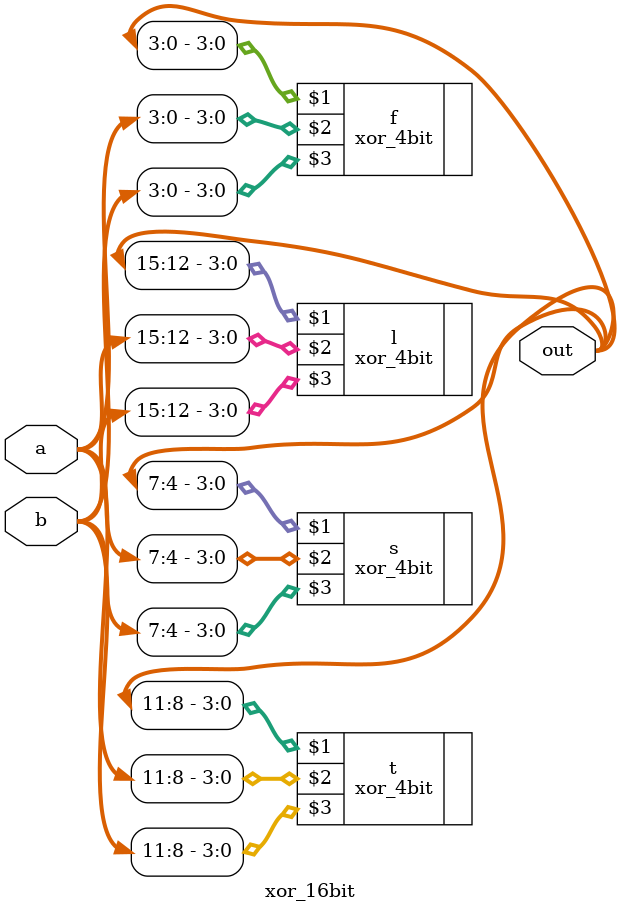
<source format=v>
module xor_16bit(output [16:0] out , input [16:0] a , input [16:0] b);
	xor_4bit f(out[3:0] , a[3:0] , b[3:0]);
	xor_4bit s(out[7:4] , a[7:4] , b[7:4]);
	xor_4bit t(out[11:8] , a[11:8] , b[11:8]);
	xor_4bit l(out[15:12] , a[15:12] , b[15:12]);
endmodule

</source>
